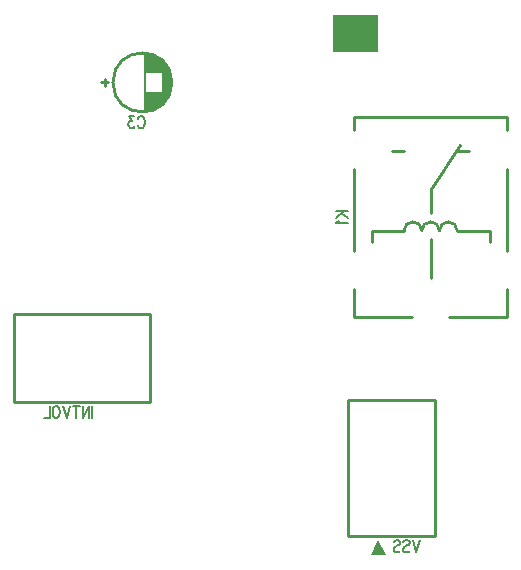
<source format=gbo>
G04 DipTrace 3.2.0.1*
G04 Speed-SensitiveWiperSwitchReplacement-Rev03(NoUnmaskedTraces)-BottomSilk.gbo*
%MOIN*%
G04 #@! TF.FileFunction,Legend,Bot*
G04 #@! TF.Part,Single*
%ADD10C,0.009843*%
%ADD96C,0.006176*%
%FSLAX26Y26*%
G04*
G70*
G90*
G75*
G01*
G04 BotSilk*
%LPD*%
X587795Y1600000D2*
D10*
G02X587795Y1600000I-98421J0D01*
G01*
X363386Y1611811D2*
Y1588189D1*
X351575Y1600000D2*
X375197D1*
X513780Y535431D2*
X61017D1*
Y826774D1*
X513780D1*
Y535431D1*
X1705906Y1442720D2*
Y1486024D1*
X1194094D1*
Y1442720D1*
X1253157Y1066780D2*
Y1106067D1*
X1361406D1*
X1646843Y1066780D2*
Y1106067D1*
X1538594D1*
X1450000Y948650D2*
Y1076618D1*
Y1165165D2*
Y1243941D1*
X1548421Y1391520D1*
X1577953Y1371843D2*
X1538594D1*
X1322047D2*
X1361406D1*
X1538594Y1106067D2*
G03X1479531Y1106067I-29531J51D01*
G01*
G03X1420469Y1106067I-29531J51D01*
G01*
G03X1361406Y1106067I-29531J51D01*
G01*
X1513004Y816732D2*
X1705906D1*
Y911236D1*
X1386996Y816732D2*
X1194094D1*
Y911236D1*
X1705906Y1037197D2*
Y1312811D1*
X1194094Y1037197D2*
Y1312811D1*
X1175000Y87795D2*
X1466339D1*
Y540551D1*
X1175000D1*
Y87795D1*
G36*
X1250000Y25000D2*
X1275000Y75000D1*
X1300000Y25000D1*
X1250000D1*
G37*
G36*
X1125000Y1825000D2*
X1275000D1*
Y1700000D1*
X1125000D1*
Y1825000D1*
G37*
G36*
X493751Y1600000D2*
Y1700000D1*
X543751Y1681251D1*
X575000Y1643751D1*
X587500Y1600000D1*
X556251D1*
Y1631249D1*
X500000D1*
Y1600000D1*
X493751D1*
G37*
G36*
D2*
Y1500000D1*
X543751Y1518751D1*
X575000Y1556249D1*
X587500Y1600000D1*
X556251D1*
Y1568751D1*
X500000D1*
Y1600000D1*
X493751D1*
G37*
X473865Y1478461D2*
D96*
X475386Y1482264D1*
X478464Y1486111D1*
X481506Y1488012D1*
X487625D1*
X490702Y1486111D1*
X493744Y1482264D1*
X495301Y1478461D1*
X496822Y1472713D1*
Y1463118D1*
X495301Y1457415D1*
X493744Y1453568D1*
X490702Y1449765D1*
X487625Y1447820D1*
X481506D1*
X478464Y1449765D1*
X475386Y1453568D1*
X473865Y1457415D1*
X460907Y1487968D2*
X444105D1*
X453266Y1472669D1*
X448668D1*
X445626Y1470768D1*
X444105Y1468866D1*
X442548Y1463118D1*
Y1459316D1*
X444105Y1453568D1*
X447147Y1449721D1*
X451745Y1447820D1*
X456344D1*
X460907Y1449721D1*
X462428Y1451667D1*
X463984Y1455469D1*
X321122Y521424D2*
Y481232D1*
X289805Y521424D2*
Y481232D1*
X311241Y521424D1*
Y481232D1*
X269206Y521424D2*
Y481232D1*
X279924Y521424D2*
X258489D1*
X248607D2*
X236369Y481232D1*
X224130Y521424D1*
X205052D2*
X208129Y519523D1*
X211171Y515676D1*
X212728Y511873D1*
X214249Y506125D1*
Y496530D1*
X212728Y490827D1*
X211171Y486980D1*
X208129Y483177D1*
X205052Y481232D1*
X198932D1*
X195890Y483177D1*
X192813Y486980D1*
X191292Y490827D1*
X189771Y496530D1*
Y506125D1*
X191292Y511873D1*
X192813Y515676D1*
X195890Y519523D1*
X198932Y521424D1*
X205052D1*
X179890D2*
Y481232D1*
X161531D1*
X1135516Y1170874D2*
X1175708D1*
X1135516Y1149439D2*
X1162311Y1170874D1*
X1152716Y1163234D2*
X1175708Y1149439D1*
X1143210Y1139558D2*
X1141264Y1136480D1*
X1135560Y1131882D1*
X1175708D1*
X1414225Y74228D2*
X1401986Y34036D1*
X1389747Y74228D1*
X1358430Y68480D2*
X1361472Y72327D1*
X1366071Y74228D1*
X1372190D1*
X1376789Y72327D1*
X1379866Y68480D1*
Y64678D1*
X1378310Y60831D1*
X1376789Y58930D1*
X1373747Y57028D1*
X1364550Y53182D1*
X1361472Y51280D1*
X1359951Y49335D1*
X1358430Y45532D1*
Y39784D1*
X1361472Y35982D1*
X1366071Y34036D1*
X1372190D1*
X1376789Y35982D1*
X1379866Y39784D1*
X1327114Y68480D2*
X1330156Y72327D1*
X1334754Y74228D1*
X1340873D1*
X1345472Y72327D1*
X1348549Y68480D1*
Y64678D1*
X1346993Y60831D1*
X1345472Y58930D1*
X1342430Y57028D1*
X1333233Y53182D1*
X1330156Y51280D1*
X1328635Y49335D1*
X1327114Y45532D1*
Y39784D1*
X1330156Y35982D1*
X1334754Y34036D1*
X1340873D1*
X1345472Y35982D1*
X1348549Y39784D1*
M02*

</source>
